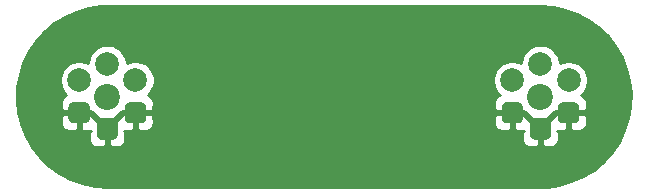
<source format=gbr>
G04 #@! TF.GenerationSoftware,KiCad,Pcbnew,(5.1.5)-3*
G04 #@! TF.CreationDate,2021-02-13T14:20:36+01:00*
G04 #@! TF.ProjectId,Stacked desk light,53746163-6b65-4642-9064-65736b206c69,rev?*
G04 #@! TF.SameCoordinates,Original*
G04 #@! TF.FileFunction,Copper,L2,Bot*
G04 #@! TF.FilePolarity,Positive*
%FSLAX46Y46*%
G04 Gerber Fmt 4.6, Leading zero omitted, Abs format (unit mm)*
G04 Created by KiCad (PCBNEW (5.1.5)-3) date 2021-02-13 14:20:36*
%MOMM*%
%LPD*%
G04 APERTURE LIST*
%ADD10C,2.200000*%
%ADD11C,2.000000*%
%ADD12C,0.100000*%
%ADD13C,0.500000*%
%ADD14C,0.254000*%
G04 APERTURE END LIST*
D10*
X81662804Y-99939092D03*
D11*
X79281234Y-98564092D03*
X81662804Y-97189092D03*
X84044374Y-98564092D03*
G04 #@! TA.AperFunction,ComponentPad*
D12*
G36*
X84538482Y-100416259D02*
G01*
X84582165Y-100422739D01*
X84625002Y-100433469D01*
X84666582Y-100448346D01*
X84706503Y-100467227D01*
X84744381Y-100489931D01*
X84779851Y-100516237D01*
X84812572Y-100545894D01*
X84842229Y-100578615D01*
X84868535Y-100614085D01*
X84891239Y-100651963D01*
X84910120Y-100691884D01*
X84924997Y-100733464D01*
X84935727Y-100776301D01*
X84942207Y-100819984D01*
X84944374Y-100864092D01*
X84944374Y-101764092D01*
X84942207Y-101808200D01*
X84935727Y-101851883D01*
X84924997Y-101894720D01*
X84910120Y-101936300D01*
X84891239Y-101976221D01*
X84868535Y-102014099D01*
X84842229Y-102049569D01*
X84812572Y-102082290D01*
X84779851Y-102111947D01*
X84744381Y-102138253D01*
X84706503Y-102160957D01*
X84666582Y-102179838D01*
X84625002Y-102194715D01*
X84582165Y-102205445D01*
X84538482Y-102211925D01*
X84494374Y-102214092D01*
X83594374Y-102214092D01*
X83550266Y-102211925D01*
X83506583Y-102205445D01*
X83463746Y-102194715D01*
X83422166Y-102179838D01*
X83382245Y-102160957D01*
X83344367Y-102138253D01*
X83308897Y-102111947D01*
X83276176Y-102082290D01*
X83246519Y-102049569D01*
X83220213Y-102014099D01*
X83197509Y-101976221D01*
X83178628Y-101936300D01*
X83163751Y-101894720D01*
X83153021Y-101851883D01*
X83146541Y-101808200D01*
X83144374Y-101764092D01*
X83144374Y-100864092D01*
X83146541Y-100819984D01*
X83153021Y-100776301D01*
X83163751Y-100733464D01*
X83178628Y-100691884D01*
X83197509Y-100651963D01*
X83220213Y-100614085D01*
X83246519Y-100578615D01*
X83276176Y-100545894D01*
X83308897Y-100516237D01*
X83344367Y-100489931D01*
X83382245Y-100467227D01*
X83422166Y-100448346D01*
X83463746Y-100433469D01*
X83506583Y-100422739D01*
X83550266Y-100416259D01*
X83594374Y-100414092D01*
X84494374Y-100414092D01*
X84538482Y-100416259D01*
G37*
G04 #@! TD.AperFunction*
G04 #@! TA.AperFunction,ComponentPad*
G36*
X82156912Y-101791259D02*
G01*
X82200595Y-101797739D01*
X82243432Y-101808469D01*
X82285012Y-101823346D01*
X82324933Y-101842227D01*
X82362811Y-101864931D01*
X82398281Y-101891237D01*
X82431002Y-101920894D01*
X82460659Y-101953615D01*
X82486965Y-101989085D01*
X82509669Y-102026963D01*
X82528550Y-102066884D01*
X82543427Y-102108464D01*
X82554157Y-102151301D01*
X82560637Y-102194984D01*
X82562804Y-102239092D01*
X82562804Y-103139092D01*
X82560637Y-103183200D01*
X82554157Y-103226883D01*
X82543427Y-103269720D01*
X82528550Y-103311300D01*
X82509669Y-103351221D01*
X82486965Y-103389099D01*
X82460659Y-103424569D01*
X82431002Y-103457290D01*
X82398281Y-103486947D01*
X82362811Y-103513253D01*
X82324933Y-103535957D01*
X82285012Y-103554838D01*
X82243432Y-103569715D01*
X82200595Y-103580445D01*
X82156912Y-103586925D01*
X82112804Y-103589092D01*
X81212804Y-103589092D01*
X81168696Y-103586925D01*
X81125013Y-103580445D01*
X81082176Y-103569715D01*
X81040596Y-103554838D01*
X81000675Y-103535957D01*
X80962797Y-103513253D01*
X80927327Y-103486947D01*
X80894606Y-103457290D01*
X80864949Y-103424569D01*
X80838643Y-103389099D01*
X80815939Y-103351221D01*
X80797058Y-103311300D01*
X80782181Y-103269720D01*
X80771451Y-103226883D01*
X80764971Y-103183200D01*
X80762804Y-103139092D01*
X80762804Y-102239092D01*
X80764971Y-102194984D01*
X80771451Y-102151301D01*
X80782181Y-102108464D01*
X80797058Y-102066884D01*
X80815939Y-102026963D01*
X80838643Y-101989085D01*
X80864949Y-101953615D01*
X80894606Y-101920894D01*
X80927327Y-101891237D01*
X80962797Y-101864931D01*
X81000675Y-101842227D01*
X81040596Y-101823346D01*
X81082176Y-101808469D01*
X81125013Y-101797739D01*
X81168696Y-101791259D01*
X81212804Y-101789092D01*
X82112804Y-101789092D01*
X82156912Y-101791259D01*
G37*
G04 #@! TD.AperFunction*
G04 #@! TA.AperFunction,ComponentPad*
G36*
X79775342Y-100416259D02*
G01*
X79819025Y-100422739D01*
X79861862Y-100433469D01*
X79903442Y-100448346D01*
X79943363Y-100467227D01*
X79981241Y-100489931D01*
X80016711Y-100516237D01*
X80049432Y-100545894D01*
X80079089Y-100578615D01*
X80105395Y-100614085D01*
X80128099Y-100651963D01*
X80146980Y-100691884D01*
X80161857Y-100733464D01*
X80172587Y-100776301D01*
X80179067Y-100819984D01*
X80181234Y-100864092D01*
X80181234Y-101764092D01*
X80179067Y-101808200D01*
X80172587Y-101851883D01*
X80161857Y-101894720D01*
X80146980Y-101936300D01*
X80128099Y-101976221D01*
X80105395Y-102014099D01*
X80079089Y-102049569D01*
X80049432Y-102082290D01*
X80016711Y-102111947D01*
X79981241Y-102138253D01*
X79943363Y-102160957D01*
X79903442Y-102179838D01*
X79861862Y-102194715D01*
X79819025Y-102205445D01*
X79775342Y-102211925D01*
X79731234Y-102214092D01*
X78831234Y-102214092D01*
X78787126Y-102211925D01*
X78743443Y-102205445D01*
X78700606Y-102194715D01*
X78659026Y-102179838D01*
X78619105Y-102160957D01*
X78581227Y-102138253D01*
X78545757Y-102111947D01*
X78513036Y-102082290D01*
X78483379Y-102049569D01*
X78457073Y-102014099D01*
X78434369Y-101976221D01*
X78415488Y-101936300D01*
X78400611Y-101894720D01*
X78389881Y-101851883D01*
X78383401Y-101808200D01*
X78381234Y-101764092D01*
X78381234Y-100864092D01*
X78383401Y-100819984D01*
X78389881Y-100776301D01*
X78400611Y-100733464D01*
X78415488Y-100691884D01*
X78434369Y-100651963D01*
X78457073Y-100614085D01*
X78483379Y-100578615D01*
X78513036Y-100545894D01*
X78545757Y-100516237D01*
X78581227Y-100489931D01*
X78619105Y-100467227D01*
X78659026Y-100448346D01*
X78700606Y-100433469D01*
X78743443Y-100422739D01*
X78787126Y-100416259D01*
X78831234Y-100414092D01*
X79731234Y-100414092D01*
X79775342Y-100416259D01*
G37*
G04 #@! TD.AperFunction*
D10*
X118337168Y-99939092D03*
D11*
X115955598Y-98564092D03*
X118337168Y-97189092D03*
X120718738Y-98564092D03*
G04 #@! TA.AperFunction,ComponentPad*
D12*
G36*
X121212846Y-100416259D02*
G01*
X121256529Y-100422739D01*
X121299366Y-100433469D01*
X121340946Y-100448346D01*
X121380867Y-100467227D01*
X121418745Y-100489931D01*
X121454215Y-100516237D01*
X121486936Y-100545894D01*
X121516593Y-100578615D01*
X121542899Y-100614085D01*
X121565603Y-100651963D01*
X121584484Y-100691884D01*
X121599361Y-100733464D01*
X121610091Y-100776301D01*
X121616571Y-100819984D01*
X121618738Y-100864092D01*
X121618738Y-101764092D01*
X121616571Y-101808200D01*
X121610091Y-101851883D01*
X121599361Y-101894720D01*
X121584484Y-101936300D01*
X121565603Y-101976221D01*
X121542899Y-102014099D01*
X121516593Y-102049569D01*
X121486936Y-102082290D01*
X121454215Y-102111947D01*
X121418745Y-102138253D01*
X121380867Y-102160957D01*
X121340946Y-102179838D01*
X121299366Y-102194715D01*
X121256529Y-102205445D01*
X121212846Y-102211925D01*
X121168738Y-102214092D01*
X120268738Y-102214092D01*
X120224630Y-102211925D01*
X120180947Y-102205445D01*
X120138110Y-102194715D01*
X120096530Y-102179838D01*
X120056609Y-102160957D01*
X120018731Y-102138253D01*
X119983261Y-102111947D01*
X119950540Y-102082290D01*
X119920883Y-102049569D01*
X119894577Y-102014099D01*
X119871873Y-101976221D01*
X119852992Y-101936300D01*
X119838115Y-101894720D01*
X119827385Y-101851883D01*
X119820905Y-101808200D01*
X119818738Y-101764092D01*
X119818738Y-100864092D01*
X119820905Y-100819984D01*
X119827385Y-100776301D01*
X119838115Y-100733464D01*
X119852992Y-100691884D01*
X119871873Y-100651963D01*
X119894577Y-100614085D01*
X119920883Y-100578615D01*
X119950540Y-100545894D01*
X119983261Y-100516237D01*
X120018731Y-100489931D01*
X120056609Y-100467227D01*
X120096530Y-100448346D01*
X120138110Y-100433469D01*
X120180947Y-100422739D01*
X120224630Y-100416259D01*
X120268738Y-100414092D01*
X121168738Y-100414092D01*
X121212846Y-100416259D01*
G37*
G04 #@! TD.AperFunction*
G04 #@! TA.AperFunction,ComponentPad*
G36*
X118831276Y-101791259D02*
G01*
X118874959Y-101797739D01*
X118917796Y-101808469D01*
X118959376Y-101823346D01*
X118999297Y-101842227D01*
X119037175Y-101864931D01*
X119072645Y-101891237D01*
X119105366Y-101920894D01*
X119135023Y-101953615D01*
X119161329Y-101989085D01*
X119184033Y-102026963D01*
X119202914Y-102066884D01*
X119217791Y-102108464D01*
X119228521Y-102151301D01*
X119235001Y-102194984D01*
X119237168Y-102239092D01*
X119237168Y-103139092D01*
X119235001Y-103183200D01*
X119228521Y-103226883D01*
X119217791Y-103269720D01*
X119202914Y-103311300D01*
X119184033Y-103351221D01*
X119161329Y-103389099D01*
X119135023Y-103424569D01*
X119105366Y-103457290D01*
X119072645Y-103486947D01*
X119037175Y-103513253D01*
X118999297Y-103535957D01*
X118959376Y-103554838D01*
X118917796Y-103569715D01*
X118874959Y-103580445D01*
X118831276Y-103586925D01*
X118787168Y-103589092D01*
X117887168Y-103589092D01*
X117843060Y-103586925D01*
X117799377Y-103580445D01*
X117756540Y-103569715D01*
X117714960Y-103554838D01*
X117675039Y-103535957D01*
X117637161Y-103513253D01*
X117601691Y-103486947D01*
X117568970Y-103457290D01*
X117539313Y-103424569D01*
X117513007Y-103389099D01*
X117490303Y-103351221D01*
X117471422Y-103311300D01*
X117456545Y-103269720D01*
X117445815Y-103226883D01*
X117439335Y-103183200D01*
X117437168Y-103139092D01*
X117437168Y-102239092D01*
X117439335Y-102194984D01*
X117445815Y-102151301D01*
X117456545Y-102108464D01*
X117471422Y-102066884D01*
X117490303Y-102026963D01*
X117513007Y-101989085D01*
X117539313Y-101953615D01*
X117568970Y-101920894D01*
X117601691Y-101891237D01*
X117637161Y-101864931D01*
X117675039Y-101842227D01*
X117714960Y-101823346D01*
X117756540Y-101808469D01*
X117799377Y-101797739D01*
X117843060Y-101791259D01*
X117887168Y-101789092D01*
X118787168Y-101789092D01*
X118831276Y-101791259D01*
G37*
G04 #@! TD.AperFunction*
G04 #@! TA.AperFunction,ComponentPad*
G36*
X116449706Y-100416259D02*
G01*
X116493389Y-100422739D01*
X116536226Y-100433469D01*
X116577806Y-100448346D01*
X116617727Y-100467227D01*
X116655605Y-100489931D01*
X116691075Y-100516237D01*
X116723796Y-100545894D01*
X116753453Y-100578615D01*
X116779759Y-100614085D01*
X116802463Y-100651963D01*
X116821344Y-100691884D01*
X116836221Y-100733464D01*
X116846951Y-100776301D01*
X116853431Y-100819984D01*
X116855598Y-100864092D01*
X116855598Y-101764092D01*
X116853431Y-101808200D01*
X116846951Y-101851883D01*
X116836221Y-101894720D01*
X116821344Y-101936300D01*
X116802463Y-101976221D01*
X116779759Y-102014099D01*
X116753453Y-102049569D01*
X116723796Y-102082290D01*
X116691075Y-102111947D01*
X116655605Y-102138253D01*
X116617727Y-102160957D01*
X116577806Y-102179838D01*
X116536226Y-102194715D01*
X116493389Y-102205445D01*
X116449706Y-102211925D01*
X116405598Y-102214092D01*
X115505598Y-102214092D01*
X115461490Y-102211925D01*
X115417807Y-102205445D01*
X115374970Y-102194715D01*
X115333390Y-102179838D01*
X115293469Y-102160957D01*
X115255591Y-102138253D01*
X115220121Y-102111947D01*
X115187400Y-102082290D01*
X115157743Y-102049569D01*
X115131437Y-102014099D01*
X115108733Y-101976221D01*
X115089852Y-101936300D01*
X115074975Y-101894720D01*
X115064245Y-101851883D01*
X115057765Y-101808200D01*
X115055598Y-101764092D01*
X115055598Y-100864092D01*
X115057765Y-100819984D01*
X115064245Y-100776301D01*
X115074975Y-100733464D01*
X115089852Y-100691884D01*
X115108733Y-100651963D01*
X115131437Y-100614085D01*
X115157743Y-100578615D01*
X115187400Y-100545894D01*
X115220121Y-100516237D01*
X115255591Y-100489931D01*
X115293469Y-100467227D01*
X115333390Y-100448346D01*
X115374970Y-100433469D01*
X115417807Y-100422739D01*
X115461490Y-100416259D01*
X115505598Y-100414092D01*
X116405598Y-100414092D01*
X116449706Y-100416259D01*
G37*
G04 #@! TD.AperFunction*
D13*
X116987168Y-101339092D02*
X118337168Y-102689092D01*
X115955598Y-101339092D02*
X116987168Y-101339092D01*
X119687168Y-101339092D02*
X118337168Y-102689092D01*
X120718738Y-101339092D02*
X119687168Y-101339092D01*
X80312804Y-101339092D02*
X81662804Y-102689092D01*
X79281234Y-101339092D02*
X80312804Y-101339092D01*
X83012804Y-101339092D02*
X81662804Y-102689092D01*
X84044374Y-101339092D02*
X83012804Y-101339092D01*
D14*
G36*
X119402010Y-92362354D02*
G01*
X120446123Y-92584286D01*
X121449193Y-92949374D01*
X122391691Y-93450509D01*
X123255261Y-94077931D01*
X124023116Y-94819440D01*
X124680300Y-95660596D01*
X125214023Y-96585031D01*
X125613890Y-97574739D01*
X125872129Y-98610477D01*
X125983707Y-99672065D01*
X125946454Y-100738861D01*
X125761094Y-101790086D01*
X125431237Y-102805280D01*
X124963303Y-103764688D01*
X124366397Y-104649638D01*
X123652136Y-105442906D01*
X122834434Y-106129040D01*
X121929188Y-106694699D01*
X120954033Y-107128867D01*
X119927940Y-107423094D01*
X118859439Y-107573262D01*
X118325646Y-107591903D01*
X81685848Y-107591903D01*
X80597961Y-107515830D01*
X79553849Y-107293898D01*
X78550779Y-106928810D01*
X77608290Y-106427680D01*
X76744710Y-105800253D01*
X75976856Y-105058744D01*
X75319672Y-104217588D01*
X74785951Y-103293155D01*
X74386082Y-102303445D01*
X74363804Y-102214092D01*
X77743162Y-102214092D01*
X77755422Y-102338574D01*
X77791732Y-102458272D01*
X77850697Y-102568586D01*
X77930049Y-102665277D01*
X78026740Y-102744629D01*
X78137054Y-102803594D01*
X78256752Y-102839904D01*
X78381234Y-102852164D01*
X78995484Y-102849092D01*
X79154234Y-102690342D01*
X79154234Y-101441092D01*
X77904984Y-101441092D01*
X77746234Y-101599842D01*
X77743162Y-102214092D01*
X74363804Y-102214092D01*
X74127843Y-101267706D01*
X74016266Y-100206118D01*
X74053518Y-99139323D01*
X74183341Y-98403059D01*
X77646234Y-98403059D01*
X77646234Y-98725125D01*
X77709066Y-99041004D01*
X77832316Y-99338555D01*
X78011247Y-99606344D01*
X78207978Y-99803075D01*
X78137054Y-99824590D01*
X78026740Y-99883555D01*
X77930049Y-99962907D01*
X77850697Y-100059598D01*
X77791732Y-100169912D01*
X77755422Y-100289610D01*
X77743162Y-100414092D01*
X77746234Y-101028342D01*
X77904984Y-101187092D01*
X79154234Y-101187092D01*
X79154234Y-101167092D01*
X79408234Y-101167092D01*
X79408234Y-101187092D01*
X79428234Y-101187092D01*
X79428234Y-101441092D01*
X79408234Y-101441092D01*
X79408234Y-102690342D01*
X79566984Y-102849092D01*
X80181234Y-102852164D01*
X80258047Y-102844599D01*
X80127804Y-102974842D01*
X80124732Y-103589092D01*
X80136992Y-103713574D01*
X80173302Y-103833272D01*
X80232267Y-103943586D01*
X80311619Y-104040277D01*
X80408310Y-104119629D01*
X80518624Y-104178594D01*
X80638322Y-104214904D01*
X80762804Y-104227164D01*
X81377054Y-104224092D01*
X81535804Y-104065342D01*
X81535804Y-102816092D01*
X81515804Y-102816092D01*
X81515804Y-102562092D01*
X81535804Y-102562092D01*
X81535804Y-102542092D01*
X81789804Y-102542092D01*
X81789804Y-102562092D01*
X81809804Y-102562092D01*
X81809804Y-102816092D01*
X81789804Y-102816092D01*
X81789804Y-104065342D01*
X81948554Y-104224092D01*
X82562804Y-104227164D01*
X82687286Y-104214904D01*
X82806984Y-104178594D01*
X82917298Y-104119629D01*
X83013989Y-104040277D01*
X83093341Y-103943586D01*
X83152306Y-103833272D01*
X83188616Y-103713574D01*
X83200876Y-103589092D01*
X83197804Y-102974842D01*
X83067561Y-102844599D01*
X83144374Y-102852164D01*
X83758624Y-102849092D01*
X83917374Y-102690342D01*
X83917374Y-101441092D01*
X84171374Y-101441092D01*
X84171374Y-102690342D01*
X84330124Y-102849092D01*
X84944374Y-102852164D01*
X85068856Y-102839904D01*
X85188554Y-102803594D01*
X85298868Y-102744629D01*
X85395559Y-102665277D01*
X85474911Y-102568586D01*
X85533876Y-102458272D01*
X85570186Y-102338574D01*
X85582446Y-102214092D01*
X114417526Y-102214092D01*
X114429786Y-102338574D01*
X114466096Y-102458272D01*
X114525061Y-102568586D01*
X114604413Y-102665277D01*
X114701104Y-102744629D01*
X114811418Y-102803594D01*
X114931116Y-102839904D01*
X115055598Y-102852164D01*
X115669848Y-102849092D01*
X115828598Y-102690342D01*
X115828598Y-101441092D01*
X114579348Y-101441092D01*
X114420598Y-101599842D01*
X114417526Y-102214092D01*
X85582446Y-102214092D01*
X85579374Y-101599842D01*
X85420624Y-101441092D01*
X84171374Y-101441092D01*
X83917374Y-101441092D01*
X83897374Y-101441092D01*
X83897374Y-101187092D01*
X83917374Y-101187092D01*
X83917374Y-101167092D01*
X84171374Y-101167092D01*
X84171374Y-101187092D01*
X85420624Y-101187092D01*
X85579374Y-101028342D01*
X85582446Y-100414092D01*
X85570186Y-100289610D01*
X85533876Y-100169912D01*
X85474911Y-100059598D01*
X85395559Y-99962907D01*
X85298868Y-99883555D01*
X85188554Y-99824590D01*
X85117630Y-99803075D01*
X85314361Y-99606344D01*
X85493292Y-99338555D01*
X85616542Y-99041004D01*
X85679374Y-98725125D01*
X85679374Y-98403059D01*
X114320598Y-98403059D01*
X114320598Y-98725125D01*
X114383430Y-99041004D01*
X114506680Y-99338555D01*
X114685611Y-99606344D01*
X114882342Y-99803075D01*
X114811418Y-99824590D01*
X114701104Y-99883555D01*
X114604413Y-99962907D01*
X114525061Y-100059598D01*
X114466096Y-100169912D01*
X114429786Y-100289610D01*
X114417526Y-100414092D01*
X114420598Y-101028342D01*
X114579348Y-101187092D01*
X115828598Y-101187092D01*
X115828598Y-101167092D01*
X116082598Y-101167092D01*
X116082598Y-101187092D01*
X116102598Y-101187092D01*
X116102598Y-101441092D01*
X116082598Y-101441092D01*
X116082598Y-102690342D01*
X116241348Y-102849092D01*
X116855598Y-102852164D01*
X116932411Y-102844599D01*
X116802168Y-102974842D01*
X116799096Y-103589092D01*
X116811356Y-103713574D01*
X116847666Y-103833272D01*
X116906631Y-103943586D01*
X116985983Y-104040277D01*
X117082674Y-104119629D01*
X117192988Y-104178594D01*
X117312686Y-104214904D01*
X117437168Y-104227164D01*
X118051418Y-104224092D01*
X118210168Y-104065342D01*
X118210168Y-102816092D01*
X118190168Y-102816092D01*
X118190168Y-102562092D01*
X118210168Y-102562092D01*
X118210168Y-102542092D01*
X118464168Y-102542092D01*
X118464168Y-102562092D01*
X118484168Y-102562092D01*
X118484168Y-102816092D01*
X118464168Y-102816092D01*
X118464168Y-104065342D01*
X118622918Y-104224092D01*
X119237168Y-104227164D01*
X119361650Y-104214904D01*
X119481348Y-104178594D01*
X119591662Y-104119629D01*
X119688353Y-104040277D01*
X119767705Y-103943586D01*
X119826670Y-103833272D01*
X119862980Y-103713574D01*
X119875240Y-103589092D01*
X119872168Y-102974842D01*
X119741925Y-102844599D01*
X119818738Y-102852164D01*
X120432988Y-102849092D01*
X120591738Y-102690342D01*
X120591738Y-101441092D01*
X120845738Y-101441092D01*
X120845738Y-102690342D01*
X121004488Y-102849092D01*
X121618738Y-102852164D01*
X121743220Y-102839904D01*
X121862918Y-102803594D01*
X121973232Y-102744629D01*
X122069923Y-102665277D01*
X122149275Y-102568586D01*
X122208240Y-102458272D01*
X122244550Y-102338574D01*
X122256810Y-102214092D01*
X122253738Y-101599842D01*
X122094988Y-101441092D01*
X120845738Y-101441092D01*
X120591738Y-101441092D01*
X120571738Y-101441092D01*
X120571738Y-101187092D01*
X120591738Y-101187092D01*
X120591738Y-101167092D01*
X120845738Y-101167092D01*
X120845738Y-101187092D01*
X122094988Y-101187092D01*
X122253738Y-101028342D01*
X122256810Y-100414092D01*
X122244550Y-100289610D01*
X122208240Y-100169912D01*
X122149275Y-100059598D01*
X122069923Y-99962907D01*
X121973232Y-99883555D01*
X121862918Y-99824590D01*
X121791994Y-99803075D01*
X121988725Y-99606344D01*
X122167656Y-99338555D01*
X122290906Y-99041004D01*
X122353738Y-98725125D01*
X122353738Y-98403059D01*
X122290906Y-98087180D01*
X122167656Y-97789629D01*
X121988725Y-97521840D01*
X121760990Y-97294105D01*
X121493201Y-97115174D01*
X121195650Y-96991924D01*
X120879771Y-96929092D01*
X120557705Y-96929092D01*
X120241826Y-96991924D01*
X119972168Y-97103620D01*
X119972168Y-97028059D01*
X119909336Y-96712180D01*
X119786086Y-96414629D01*
X119607155Y-96146840D01*
X119379420Y-95919105D01*
X119111631Y-95740174D01*
X118814080Y-95616924D01*
X118498201Y-95554092D01*
X118176135Y-95554092D01*
X117860256Y-95616924D01*
X117562705Y-95740174D01*
X117294916Y-95919105D01*
X117067181Y-96146840D01*
X116888250Y-96414629D01*
X116765000Y-96712180D01*
X116702168Y-97028059D01*
X116702168Y-97103620D01*
X116432510Y-96991924D01*
X116116631Y-96929092D01*
X115794565Y-96929092D01*
X115478686Y-96991924D01*
X115181135Y-97115174D01*
X114913346Y-97294105D01*
X114685611Y-97521840D01*
X114506680Y-97789629D01*
X114383430Y-98087180D01*
X114320598Y-98403059D01*
X85679374Y-98403059D01*
X85616542Y-98087180D01*
X85493292Y-97789629D01*
X85314361Y-97521840D01*
X85086626Y-97294105D01*
X84818837Y-97115174D01*
X84521286Y-96991924D01*
X84205407Y-96929092D01*
X83883341Y-96929092D01*
X83567462Y-96991924D01*
X83297804Y-97103620D01*
X83297804Y-97028059D01*
X83234972Y-96712180D01*
X83111722Y-96414629D01*
X82932791Y-96146840D01*
X82705056Y-95919105D01*
X82437267Y-95740174D01*
X82139716Y-95616924D01*
X81823837Y-95554092D01*
X81501771Y-95554092D01*
X81185892Y-95616924D01*
X80888341Y-95740174D01*
X80620552Y-95919105D01*
X80392817Y-96146840D01*
X80213886Y-96414629D01*
X80090636Y-96712180D01*
X80027804Y-97028059D01*
X80027804Y-97103620D01*
X79758146Y-96991924D01*
X79442267Y-96929092D01*
X79120201Y-96929092D01*
X78804322Y-96991924D01*
X78506771Y-97115174D01*
X78238982Y-97294105D01*
X78011247Y-97521840D01*
X77832316Y-97789629D01*
X77709066Y-98087180D01*
X77646234Y-98403059D01*
X74183341Y-98403059D01*
X74238878Y-98088098D01*
X74568735Y-97072904D01*
X75036669Y-96113493D01*
X75633575Y-95228546D01*
X76347836Y-94435278D01*
X77165539Y-93749144D01*
X78070783Y-93183485D01*
X79045937Y-92749318D01*
X80072032Y-92455090D01*
X81140535Y-92304922D01*
X81674326Y-92286281D01*
X118314124Y-92286281D01*
X119402010Y-92362354D01*
G37*
X119402010Y-92362354D02*
X120446123Y-92584286D01*
X121449193Y-92949374D01*
X122391691Y-93450509D01*
X123255261Y-94077931D01*
X124023116Y-94819440D01*
X124680300Y-95660596D01*
X125214023Y-96585031D01*
X125613890Y-97574739D01*
X125872129Y-98610477D01*
X125983707Y-99672065D01*
X125946454Y-100738861D01*
X125761094Y-101790086D01*
X125431237Y-102805280D01*
X124963303Y-103764688D01*
X124366397Y-104649638D01*
X123652136Y-105442906D01*
X122834434Y-106129040D01*
X121929188Y-106694699D01*
X120954033Y-107128867D01*
X119927940Y-107423094D01*
X118859439Y-107573262D01*
X118325646Y-107591903D01*
X81685848Y-107591903D01*
X80597961Y-107515830D01*
X79553849Y-107293898D01*
X78550779Y-106928810D01*
X77608290Y-106427680D01*
X76744710Y-105800253D01*
X75976856Y-105058744D01*
X75319672Y-104217588D01*
X74785951Y-103293155D01*
X74386082Y-102303445D01*
X74363804Y-102214092D01*
X77743162Y-102214092D01*
X77755422Y-102338574D01*
X77791732Y-102458272D01*
X77850697Y-102568586D01*
X77930049Y-102665277D01*
X78026740Y-102744629D01*
X78137054Y-102803594D01*
X78256752Y-102839904D01*
X78381234Y-102852164D01*
X78995484Y-102849092D01*
X79154234Y-102690342D01*
X79154234Y-101441092D01*
X77904984Y-101441092D01*
X77746234Y-101599842D01*
X77743162Y-102214092D01*
X74363804Y-102214092D01*
X74127843Y-101267706D01*
X74016266Y-100206118D01*
X74053518Y-99139323D01*
X74183341Y-98403059D01*
X77646234Y-98403059D01*
X77646234Y-98725125D01*
X77709066Y-99041004D01*
X77832316Y-99338555D01*
X78011247Y-99606344D01*
X78207978Y-99803075D01*
X78137054Y-99824590D01*
X78026740Y-99883555D01*
X77930049Y-99962907D01*
X77850697Y-100059598D01*
X77791732Y-100169912D01*
X77755422Y-100289610D01*
X77743162Y-100414092D01*
X77746234Y-101028342D01*
X77904984Y-101187092D01*
X79154234Y-101187092D01*
X79154234Y-101167092D01*
X79408234Y-101167092D01*
X79408234Y-101187092D01*
X79428234Y-101187092D01*
X79428234Y-101441092D01*
X79408234Y-101441092D01*
X79408234Y-102690342D01*
X79566984Y-102849092D01*
X80181234Y-102852164D01*
X80258047Y-102844599D01*
X80127804Y-102974842D01*
X80124732Y-103589092D01*
X80136992Y-103713574D01*
X80173302Y-103833272D01*
X80232267Y-103943586D01*
X80311619Y-104040277D01*
X80408310Y-104119629D01*
X80518624Y-104178594D01*
X80638322Y-104214904D01*
X80762804Y-104227164D01*
X81377054Y-104224092D01*
X81535804Y-104065342D01*
X81535804Y-102816092D01*
X81515804Y-102816092D01*
X81515804Y-102562092D01*
X81535804Y-102562092D01*
X81535804Y-102542092D01*
X81789804Y-102542092D01*
X81789804Y-102562092D01*
X81809804Y-102562092D01*
X81809804Y-102816092D01*
X81789804Y-102816092D01*
X81789804Y-104065342D01*
X81948554Y-104224092D01*
X82562804Y-104227164D01*
X82687286Y-104214904D01*
X82806984Y-104178594D01*
X82917298Y-104119629D01*
X83013989Y-104040277D01*
X83093341Y-103943586D01*
X83152306Y-103833272D01*
X83188616Y-103713574D01*
X83200876Y-103589092D01*
X83197804Y-102974842D01*
X83067561Y-102844599D01*
X83144374Y-102852164D01*
X83758624Y-102849092D01*
X83917374Y-102690342D01*
X83917374Y-101441092D01*
X84171374Y-101441092D01*
X84171374Y-102690342D01*
X84330124Y-102849092D01*
X84944374Y-102852164D01*
X85068856Y-102839904D01*
X85188554Y-102803594D01*
X85298868Y-102744629D01*
X85395559Y-102665277D01*
X85474911Y-102568586D01*
X85533876Y-102458272D01*
X85570186Y-102338574D01*
X85582446Y-102214092D01*
X114417526Y-102214092D01*
X114429786Y-102338574D01*
X114466096Y-102458272D01*
X114525061Y-102568586D01*
X114604413Y-102665277D01*
X114701104Y-102744629D01*
X114811418Y-102803594D01*
X114931116Y-102839904D01*
X115055598Y-102852164D01*
X115669848Y-102849092D01*
X115828598Y-102690342D01*
X115828598Y-101441092D01*
X114579348Y-101441092D01*
X114420598Y-101599842D01*
X114417526Y-102214092D01*
X85582446Y-102214092D01*
X85579374Y-101599842D01*
X85420624Y-101441092D01*
X84171374Y-101441092D01*
X83917374Y-101441092D01*
X83897374Y-101441092D01*
X83897374Y-101187092D01*
X83917374Y-101187092D01*
X83917374Y-101167092D01*
X84171374Y-101167092D01*
X84171374Y-101187092D01*
X85420624Y-101187092D01*
X85579374Y-101028342D01*
X85582446Y-100414092D01*
X85570186Y-100289610D01*
X85533876Y-100169912D01*
X85474911Y-100059598D01*
X85395559Y-99962907D01*
X85298868Y-99883555D01*
X85188554Y-99824590D01*
X85117630Y-99803075D01*
X85314361Y-99606344D01*
X85493292Y-99338555D01*
X85616542Y-99041004D01*
X85679374Y-98725125D01*
X85679374Y-98403059D01*
X114320598Y-98403059D01*
X114320598Y-98725125D01*
X114383430Y-99041004D01*
X114506680Y-99338555D01*
X114685611Y-99606344D01*
X114882342Y-99803075D01*
X114811418Y-99824590D01*
X114701104Y-99883555D01*
X114604413Y-99962907D01*
X114525061Y-100059598D01*
X114466096Y-100169912D01*
X114429786Y-100289610D01*
X114417526Y-100414092D01*
X114420598Y-101028342D01*
X114579348Y-101187092D01*
X115828598Y-101187092D01*
X115828598Y-101167092D01*
X116082598Y-101167092D01*
X116082598Y-101187092D01*
X116102598Y-101187092D01*
X116102598Y-101441092D01*
X116082598Y-101441092D01*
X116082598Y-102690342D01*
X116241348Y-102849092D01*
X116855598Y-102852164D01*
X116932411Y-102844599D01*
X116802168Y-102974842D01*
X116799096Y-103589092D01*
X116811356Y-103713574D01*
X116847666Y-103833272D01*
X116906631Y-103943586D01*
X116985983Y-104040277D01*
X117082674Y-104119629D01*
X117192988Y-104178594D01*
X117312686Y-104214904D01*
X117437168Y-104227164D01*
X118051418Y-104224092D01*
X118210168Y-104065342D01*
X118210168Y-102816092D01*
X118190168Y-102816092D01*
X118190168Y-102562092D01*
X118210168Y-102562092D01*
X118210168Y-102542092D01*
X118464168Y-102542092D01*
X118464168Y-102562092D01*
X118484168Y-102562092D01*
X118484168Y-102816092D01*
X118464168Y-102816092D01*
X118464168Y-104065342D01*
X118622918Y-104224092D01*
X119237168Y-104227164D01*
X119361650Y-104214904D01*
X119481348Y-104178594D01*
X119591662Y-104119629D01*
X119688353Y-104040277D01*
X119767705Y-103943586D01*
X119826670Y-103833272D01*
X119862980Y-103713574D01*
X119875240Y-103589092D01*
X119872168Y-102974842D01*
X119741925Y-102844599D01*
X119818738Y-102852164D01*
X120432988Y-102849092D01*
X120591738Y-102690342D01*
X120591738Y-101441092D01*
X120845738Y-101441092D01*
X120845738Y-102690342D01*
X121004488Y-102849092D01*
X121618738Y-102852164D01*
X121743220Y-102839904D01*
X121862918Y-102803594D01*
X121973232Y-102744629D01*
X122069923Y-102665277D01*
X122149275Y-102568586D01*
X122208240Y-102458272D01*
X122244550Y-102338574D01*
X122256810Y-102214092D01*
X122253738Y-101599842D01*
X122094988Y-101441092D01*
X120845738Y-101441092D01*
X120591738Y-101441092D01*
X120571738Y-101441092D01*
X120571738Y-101187092D01*
X120591738Y-101187092D01*
X120591738Y-101167092D01*
X120845738Y-101167092D01*
X120845738Y-101187092D01*
X122094988Y-101187092D01*
X122253738Y-101028342D01*
X122256810Y-100414092D01*
X122244550Y-100289610D01*
X122208240Y-100169912D01*
X122149275Y-100059598D01*
X122069923Y-99962907D01*
X121973232Y-99883555D01*
X121862918Y-99824590D01*
X121791994Y-99803075D01*
X121988725Y-99606344D01*
X122167656Y-99338555D01*
X122290906Y-99041004D01*
X122353738Y-98725125D01*
X122353738Y-98403059D01*
X122290906Y-98087180D01*
X122167656Y-97789629D01*
X121988725Y-97521840D01*
X121760990Y-97294105D01*
X121493201Y-97115174D01*
X121195650Y-96991924D01*
X120879771Y-96929092D01*
X120557705Y-96929092D01*
X120241826Y-96991924D01*
X119972168Y-97103620D01*
X119972168Y-97028059D01*
X119909336Y-96712180D01*
X119786086Y-96414629D01*
X119607155Y-96146840D01*
X119379420Y-95919105D01*
X119111631Y-95740174D01*
X118814080Y-95616924D01*
X118498201Y-95554092D01*
X118176135Y-95554092D01*
X117860256Y-95616924D01*
X117562705Y-95740174D01*
X117294916Y-95919105D01*
X117067181Y-96146840D01*
X116888250Y-96414629D01*
X116765000Y-96712180D01*
X116702168Y-97028059D01*
X116702168Y-97103620D01*
X116432510Y-96991924D01*
X116116631Y-96929092D01*
X115794565Y-96929092D01*
X115478686Y-96991924D01*
X115181135Y-97115174D01*
X114913346Y-97294105D01*
X114685611Y-97521840D01*
X114506680Y-97789629D01*
X114383430Y-98087180D01*
X114320598Y-98403059D01*
X85679374Y-98403059D01*
X85616542Y-98087180D01*
X85493292Y-97789629D01*
X85314361Y-97521840D01*
X85086626Y-97294105D01*
X84818837Y-97115174D01*
X84521286Y-96991924D01*
X84205407Y-96929092D01*
X83883341Y-96929092D01*
X83567462Y-96991924D01*
X83297804Y-97103620D01*
X83297804Y-97028059D01*
X83234972Y-96712180D01*
X83111722Y-96414629D01*
X82932791Y-96146840D01*
X82705056Y-95919105D01*
X82437267Y-95740174D01*
X82139716Y-95616924D01*
X81823837Y-95554092D01*
X81501771Y-95554092D01*
X81185892Y-95616924D01*
X80888341Y-95740174D01*
X80620552Y-95919105D01*
X80392817Y-96146840D01*
X80213886Y-96414629D01*
X80090636Y-96712180D01*
X80027804Y-97028059D01*
X80027804Y-97103620D01*
X79758146Y-96991924D01*
X79442267Y-96929092D01*
X79120201Y-96929092D01*
X78804322Y-96991924D01*
X78506771Y-97115174D01*
X78238982Y-97294105D01*
X78011247Y-97521840D01*
X77832316Y-97789629D01*
X77709066Y-98087180D01*
X77646234Y-98403059D01*
X74183341Y-98403059D01*
X74238878Y-98088098D01*
X74568735Y-97072904D01*
X75036669Y-96113493D01*
X75633575Y-95228546D01*
X76347836Y-94435278D01*
X77165539Y-93749144D01*
X78070783Y-93183485D01*
X79045937Y-92749318D01*
X80072032Y-92455090D01*
X81140535Y-92304922D01*
X81674326Y-92286281D01*
X118314124Y-92286281D01*
X119402010Y-92362354D01*
M02*

</source>
